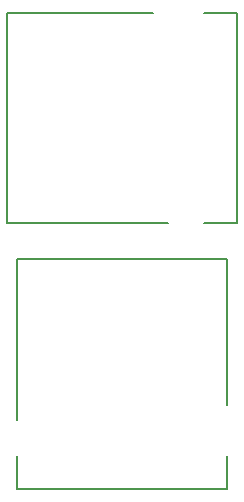
<source format=gbo>
G75*
G70*
%OFA0B0*%
%FSLAX24Y24*%
%IPPOS*%
%LPD*%
%AMOC8*
5,1,8,0,0,1.08239X$1,22.5*
%
%ADD10C,0.0080*%
D10*
X038531Y009252D02*
X038531Y016248D01*
X043400Y016248D01*
X045100Y016248D02*
X046200Y016248D01*
X046200Y009252D01*
X045100Y009252D01*
X043900Y009252D02*
X038531Y009252D01*
X038852Y008069D02*
X045848Y008069D01*
X045848Y003200D01*
X045848Y001500D02*
X045848Y000400D01*
X038852Y000400D01*
X038852Y001500D01*
X038852Y002700D02*
X038852Y008069D01*
M02*

</source>
